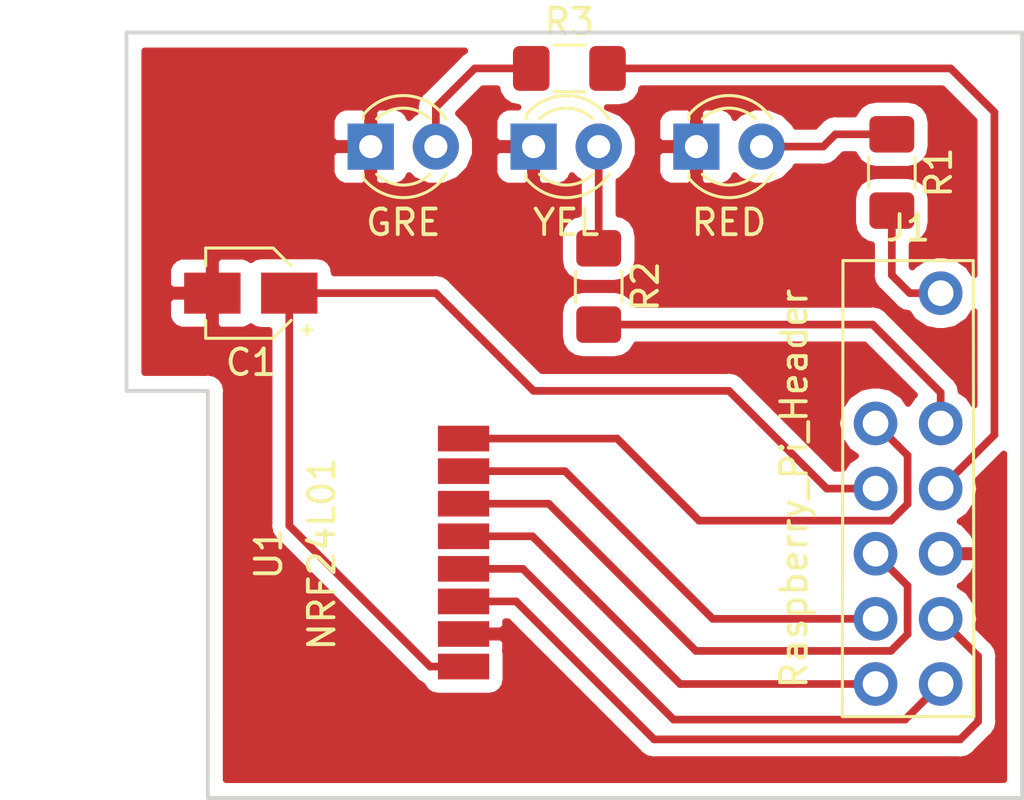
<source format=kicad_pcb>
(kicad_pcb (version 20171130) (host pcbnew "(5.0.2)-1")

  (general
    (thickness 1.6)
    (drawings 7)
    (tracks 58)
    (zones 0)
    (modules 9)
    (nets 15)
  )

  (page A4)
  (layers
    (0 F.Cu signal)
    (31 B.Cu signal)
    (32 B.Adhes user)
    (33 F.Adhes user)
    (34 B.Paste user)
    (35 F.Paste user)
    (36 B.SilkS user)
    (37 F.SilkS user)
    (38 B.Mask user)
    (39 F.Mask user)
    (40 Dwgs.User user)
    (41 Cmts.User user)
    (42 Eco1.User user)
    (43 Eco2.User user)
    (44 Edge.Cuts user)
    (45 Margin user)
    (46 B.CrtYd user)
    (47 F.CrtYd user)
    (48 B.Fab user)
    (49 F.Fab user)
  )

  (setup
    (last_trace_width 0.3)
    (trace_clearance 0.25)
    (zone_clearance 0.508)
    (zone_45_only no)
    (trace_min 0.2)
    (segment_width 0.2)
    (edge_width 0.15)
    (via_size 0.8)
    (via_drill 0.4)
    (via_min_size 0.4)
    (via_min_drill 0.3)
    (uvia_size 0.3)
    (uvia_drill 0.1)
    (uvias_allowed no)
    (uvia_min_size 0.2)
    (uvia_min_drill 0.1)
    (pcb_text_width 0.3)
    (pcb_text_size 1.5 1.5)
    (mod_edge_width 0.15)
    (mod_text_size 1 1)
    (mod_text_width 0.15)
    (pad_size 0.318 0.36)
    (pad_drill 0)
    (pad_to_mask_clearance 0.051)
    (solder_mask_min_width 0.25)
    (aux_axis_origin 0 0)
    (visible_elements 7FFFFFFF)
    (pcbplotparams
      (layerselection 0x01000_7fffffff)
      (usegerberextensions false)
      (usegerberattributes false)
      (usegerberadvancedattributes false)
      (creategerberjobfile false)
      (excludeedgelayer true)
      (linewidth 0.100000)
      (plotframeref false)
      (viasonmask false)
      (mode 1)
      (useauxorigin false)
      (hpglpennumber 1)
      (hpglpenspeed 20)
      (hpglpendiameter 15.000000)
      (psnegative false)
      (psa4output false)
      (plotreference true)
      (plotvalue true)
      (plotinvisibletext false)
      (padsonsilk false)
      (subtractmaskfromsilk false)
      (outputformat 1)
      (mirror false)
      (drillshape 0)
      (scaleselection 1)
      (outputdirectory "Gerber"))
  )

  (net 0 "")
  (net 1 "Net-(C1-Pad1)")
  (net 2 "Net-(C1-Pad2)")
  (net 3 "Net-(D1-Pad2)")
  (net 4 "Net-(D2-Pad2)")
  (net 5 "Net-(D3-Pad2)")
  (net 6 "Net-(J1-Pad12)")
  (net 7 "Net-(J1-Pad15)")
  (net 8 "Net-(J1-Pad16)")
  (net 9 "Net-(J1-Pad18)")
  (net 10 "Net-(J1-Pad19)")
  (net 11 "Net-(J1-Pad21)")
  (net 12 "Net-(J1-Pad22)")
  (net 13 "Net-(J1-Pad23)")
  (net 14 "Net-(J1-Pad24)")

  (net_class Default "Esta es la clase de red por defecto."
    (clearance 0.25)
    (trace_width 0.3)
    (via_dia 0.8)
    (via_drill 0.4)
    (uvia_dia 0.3)
    (uvia_drill 0.1)
    (add_net "Net-(C1-Pad1)")
    (add_net "Net-(C1-Pad2)")
    (add_net "Net-(D1-Pad2)")
    (add_net "Net-(D2-Pad2)")
    (add_net "Net-(D3-Pad2)")
    (add_net "Net-(J1-Pad12)")
    (add_net "Net-(J1-Pad15)")
    (add_net "Net-(J1-Pad16)")
    (add_net "Net-(J1-Pad18)")
    (add_net "Net-(J1-Pad19)")
    (add_net "Net-(J1-Pad21)")
    (add_net "Net-(J1-Pad22)")
    (add_net "Net-(J1-Pad23)")
    (add_net "Net-(J1-Pad24)")
  )

  (module Resistor_SMD:R_1206_3216Metric_Pad1.42x1.75mm_HandSolder (layer F.Cu) (tedit 5B301BBD) (tstamp 5C49A1B6)
    (at 116.967 43.568994)
    (descr "Resistor SMD 1206 (3216 Metric), square (rectangular) end terminal, IPC_7351 nominal with elongated pad for handsoldering. (Body size source: http://www.tortai-tech.com/upload/download/2011102023233369053.pdf), generated with kicad-footprint-generator")
    (tags "resistor handsolder")
    (path /5C3BCA9D)
    (attr smd)
    (fp_text reference R3 (at 0 -1.82) (layer F.SilkS)
      (effects (font (size 1 1) (thickness 0.15)))
    )
    (fp_text value R (at 0 1.82) (layer F.Fab)
      (effects (font (size 1 1) (thickness 0.15)))
    )
    (fp_text user %R (at 0 0) (layer F.Fab)
      (effects (font (size 0.8 0.8) (thickness 0.12)))
    )
    (fp_line (start 2.45 1.12) (end -2.45 1.12) (layer F.CrtYd) (width 0.05))
    (fp_line (start 2.45 -1.12) (end 2.45 1.12) (layer F.CrtYd) (width 0.05))
    (fp_line (start -2.45 -1.12) (end 2.45 -1.12) (layer F.CrtYd) (width 0.05))
    (fp_line (start -2.45 1.12) (end -2.45 -1.12) (layer F.CrtYd) (width 0.05))
    (fp_line (start -0.602064 0.91) (end 0.602064 0.91) (layer F.SilkS) (width 0.12))
    (fp_line (start -0.602064 -0.91) (end 0.602064 -0.91) (layer F.SilkS) (width 0.12))
    (fp_line (start 1.6 0.8) (end -1.6 0.8) (layer F.Fab) (width 0.1))
    (fp_line (start 1.6 -0.8) (end 1.6 0.8) (layer F.Fab) (width 0.1))
    (fp_line (start -1.6 -0.8) (end 1.6 -0.8) (layer F.Fab) (width 0.1))
    (fp_line (start -1.6 0.8) (end -1.6 -0.8) (layer F.Fab) (width 0.1))
    (pad 2 smd roundrect (at 1.4875 0) (size 1.425 1.75) (layers F.Cu F.Paste F.Mask) (roundrect_rratio 0.175439)
      (net 9 "Net-(J1-Pad18)"))
    (pad 1 smd roundrect (at -1.4875 0) (size 1.425 1.75) (layers F.Cu F.Paste F.Mask) (roundrect_rratio 0.175439)
      (net 5 "Net-(D3-Pad2)"))
    (model ${KISYS3DMOD}/Resistor_SMD.3dshapes/R_1206_3216Metric.wrl
      (at (xyz 0 0 0))
      (scale (xyz 1 1 1))
      (rotate (xyz 0 0 0))
    )
  )

  (module Resistor_SMD:R_1206_3216Metric_Pad1.42x1.75mm_HandSolder (layer F.Cu) (tedit 5B301BBD) (tstamp 5C49A194)
    (at 129.54 47.625 270)
    (descr "Resistor SMD 1206 (3216 Metric), square (rectangular) end terminal, IPC_7351 nominal with elongated pad for handsoldering. (Body size source: http://www.tortai-tech.com/upload/download/2011102023233369053.pdf), generated with kicad-footprint-generator")
    (tags "resistor handsolder")
    (path /5C3BC979)
    (attr smd)
    (fp_text reference R1 (at 0 -1.82 270) (layer F.SilkS)
      (effects (font (size 1 1) (thickness 0.15)))
    )
    (fp_text value R (at 0 1.82 270) (layer F.Fab)
      (effects (font (size 1 1) (thickness 0.15)))
    )
    (fp_text user %R (at 0 0 270) (layer F.Fab)
      (effects (font (size 0.8 0.8) (thickness 0.12)))
    )
    (fp_line (start 2.45 1.12) (end -2.45 1.12) (layer F.CrtYd) (width 0.05))
    (fp_line (start 2.45 -1.12) (end 2.45 1.12) (layer F.CrtYd) (width 0.05))
    (fp_line (start -2.45 -1.12) (end 2.45 -1.12) (layer F.CrtYd) (width 0.05))
    (fp_line (start -2.45 1.12) (end -2.45 -1.12) (layer F.CrtYd) (width 0.05))
    (fp_line (start -0.602064 0.91) (end 0.602064 0.91) (layer F.SilkS) (width 0.12))
    (fp_line (start -0.602064 -0.91) (end 0.602064 -0.91) (layer F.SilkS) (width 0.12))
    (fp_line (start 1.6 0.8) (end -1.6 0.8) (layer F.Fab) (width 0.1))
    (fp_line (start 1.6 -0.8) (end 1.6 0.8) (layer F.Fab) (width 0.1))
    (fp_line (start -1.6 -0.8) (end 1.6 -0.8) (layer F.Fab) (width 0.1))
    (fp_line (start -1.6 0.8) (end -1.6 -0.8) (layer F.Fab) (width 0.1))
    (pad 2 smd roundrect (at 1.4875 0 270) (size 1.425 1.75) (layers F.Cu F.Paste F.Mask) (roundrect_rratio 0.175439)
      (net 6 "Net-(J1-Pad12)"))
    (pad 1 smd roundrect (at -1.4875 0 270) (size 1.425 1.75) (layers F.Cu F.Paste F.Mask) (roundrect_rratio 0.175439)
      (net 3 "Net-(D1-Pad2)"))
    (model ${KISYS3DMOD}/Resistor_SMD.3dshapes/R_1206_3216Metric.wrl
      (at (xyz 0 0 0))
      (scale (xyz 1 1 1))
      (rotate (xyz 0 0 0))
    )
  )

  (module Resistor_SMD:R_1206_3216Metric_Pad1.42x1.75mm_HandSolder (layer F.Cu) (tedit 5B301BBD) (tstamp 5C49A1A5)
    (at 118.11 52.07 270)
    (descr "Resistor SMD 1206 (3216 Metric), square (rectangular) end terminal, IPC_7351 nominal with elongated pad for handsoldering. (Body size source: http://www.tortai-tech.com/upload/download/2011102023233369053.pdf), generated with kicad-footprint-generator")
    (tags "resistor handsolder")
    (path /5C3BC851)
    (attr smd)
    (fp_text reference R2 (at 0 -1.82 270) (layer F.SilkS)
      (effects (font (size 1 1) (thickness 0.15)))
    )
    (fp_text value R (at 0 1.82 270) (layer F.Fab)
      (effects (font (size 1 1) (thickness 0.15)))
    )
    (fp_text user %R (at 0 0 270) (layer F.Fab)
      (effects (font (size 0.8 0.8) (thickness 0.12)))
    )
    (fp_line (start 2.45 1.12) (end -2.45 1.12) (layer F.CrtYd) (width 0.05))
    (fp_line (start 2.45 -1.12) (end 2.45 1.12) (layer F.CrtYd) (width 0.05))
    (fp_line (start -2.45 -1.12) (end 2.45 -1.12) (layer F.CrtYd) (width 0.05))
    (fp_line (start -2.45 1.12) (end -2.45 -1.12) (layer F.CrtYd) (width 0.05))
    (fp_line (start -0.602064 0.91) (end 0.602064 0.91) (layer F.SilkS) (width 0.12))
    (fp_line (start -0.602064 -0.91) (end 0.602064 -0.91) (layer F.SilkS) (width 0.12))
    (fp_line (start 1.6 0.8) (end -1.6 0.8) (layer F.Fab) (width 0.1))
    (fp_line (start 1.6 -0.8) (end 1.6 0.8) (layer F.Fab) (width 0.1))
    (fp_line (start -1.6 -0.8) (end 1.6 -0.8) (layer F.Fab) (width 0.1))
    (fp_line (start -1.6 0.8) (end -1.6 -0.8) (layer F.Fab) (width 0.1))
    (pad 2 smd roundrect (at 1.4875 0 270) (size 1.425 1.75) (layers F.Cu F.Paste F.Mask) (roundrect_rratio 0.175439)
      (net 8 "Net-(J1-Pad16)"))
    (pad 1 smd roundrect (at -1.4875 0 270) (size 1.425 1.75) (layers F.Cu F.Paste F.Mask) (roundrect_rratio 0.175439)
      (net 4 "Net-(D2-Pad2)"))
    (model ${KISYS3DMOD}/Resistor_SMD.3dshapes/R_1206_3216Metric.wrl
      (at (xyz 0 0 0))
      (scale (xyz 1 1 1))
      (rotate (xyz 0 0 0))
    )
  )

  (module Raspberry_Pi_2_3_Nrf24:PinHeader_nrf24+leds (layer F.Cu) (tedit 5C3D0EB8) (tstamp 5C49A183)
    (at 129.794 59.799594)
    (descr "Through hole straight pin header, 2x20, 2.54mm pitch, double rows")
    (tags "Through hole pin header THT 2x20 2.54mm double row")
    (path /5C3BC0C1)
    (fp_text reference J1 (at 0.381 -10.0076) (layer F.SilkS)
      (effects (font (size 1 1) (thickness 0.15)))
    )
    (fp_text value Raspberry_Pi_Header (at -4.064 0.1524 90) (layer F.SilkS)
      (effects (font (size 1 1) (thickness 0.15)))
    )
    (fp_line (start -2.159 -8.7376) (end 2.921 -8.7376) (layer F.Fab) (width 0.1))
    (fp_line (start 2.921 -8.7376) (end 2.9464 9.017) (layer F.Fab) (width 0.1))
    (fp_line (start 2.8956 9.0424) (end -2.1844 9.0424) (layer F.Fab) (width 0.1))
    (fp_line (start -2.1844 9.0424) (end -2.159 -8.7376) (layer F.Fab) (width 0.1))
    (fp_line (start -2.1844 9.0424) (end 2.9464 9.0424) (layer F.SilkS) (width 0.12))
    (fp_line (start -2.159 -8.7376) (end -2.1844 9.0424) (layer F.SilkS) (width 0.12))
    (fp_line (start 2.921 -8.7376) (end 2.9464 9.0424) (layer F.SilkS) (width 0.12))
    (fp_line (start -2.159 -8.7376) (end 2.921 -8.7376) (layer F.SilkS) (width 0.12))
    (fp_line (start -2.667 -9.3726) (end -2.667 9.4996) (layer F.CrtYd) (width 0.05))
    (fp_line (start -2.667 9.4996) (end 3.4544 9.4996) (layer F.CrtYd) (width 0.05))
    (fp_line (start 3.4544 9.4996) (end 3.4544 -9.3726) (layer F.CrtYd) (width 0.05))
    (fp_line (start 3.4544 -9.3726) (end -2.667 -9.3726) (layer F.CrtYd) (width 0.05))
    (fp_text user %R (at 0.381 3.9624 90) (layer F.Fab)
      (effects (font (size 1 1) (thickness 0.15)))
    )
    (pad 12 thru_hole oval (at 1.651 -7.4676) (size 1.7 1.7) (drill 1) (layers *.Cu *.Mask)
      (net 6 "Net-(J1-Pad12)"))
    (pad 15 thru_hole oval (at -0.889 -2.3876) (size 1.7 1.7) (drill 1) (layers *.Cu *.Mask)
      (net 7 "Net-(J1-Pad15)"))
    (pad 16 thru_hole oval (at 1.651 -2.3876) (size 1.7 1.7) (drill 1) (layers *.Cu *.Mask)
      (net 8 "Net-(J1-Pad16)"))
    (pad 17 thru_hole oval (at -0.889 0.1524) (size 1.7 1.7) (drill 1) (layers *.Cu *.Mask)
      (net 1 "Net-(C1-Pad1)"))
    (pad 18 thru_hole oval (at 1.651 0.1524) (size 1.7 1.7) (drill 1) (layers *.Cu *.Mask)
      (net 9 "Net-(J1-Pad18)"))
    (pad 19 thru_hole oval (at -0.889 2.6924) (size 1.7 1.7) (drill 1) (layers *.Cu *.Mask)
      (net 10 "Net-(J1-Pad19)"))
    (pad 20 thru_hole oval (at 1.651 2.6924) (size 1.7 1.7) (drill 1) (layers *.Cu *.Mask)
      (net 2 "Net-(C1-Pad2)"))
    (pad 21 thru_hole oval (at -0.889 5.2324) (size 1.7 1.7) (drill 1) (layers *.Cu *.Mask)
      (net 11 "Net-(J1-Pad21)"))
    (pad 22 thru_hole oval (at 1.651 5.2324) (size 1.7 1.7) (drill 1) (layers *.Cu *.Mask)
      (net 12 "Net-(J1-Pad22)"))
    (pad 23 thru_hole oval (at -0.889 7.7724) (size 1.7 1.7) (drill 1) (layers *.Cu *.Mask)
      (net 13 "Net-(J1-Pad23)"))
    (pad 24 thru_hole oval (at 1.651 7.7724) (size 1.7 1.7) (drill 1) (layers *.Cu *.Mask)
      (net 14 "Net-(J1-Pad24)"))
    (model ${KISYS3DMOD}/Connector_PinHeader_2.54mm.3dshapes/PinHeader_2x20_P2.54mm_Vertical.wrl
      (at (xyz 0 0 0))
      (scale (xyz 1 1 1))
      (rotate (xyz 0 0 0))
    )
  )

  (module Capacitor_SMD:CP_Elec_3x5.3 (layer F.Cu) (tedit 5B303299) (tstamp 5C49A10C)
    (at 104.545 52.331994 180)
    (descr "SMT capacitor, aluminium electrolytic, 3x5.3, Cornell Dubilier Electronics ")
    (tags "Capacitor Electrolytic")
    (path /5C3DA868)
    (attr smd)
    (fp_text reference C1 (at 0 -2.7 180) (layer F.SilkS)
      (effects (font (size 1 1) (thickness 0.15)))
    )
    (fp_text value CP1 (at 0 2.7 180) (layer F.Fab)
      (effects (font (size 1 1) (thickness 0.15)))
    )
    (fp_circle (center 0 0) (end 1.5 0) (layer F.Fab) (width 0.1))
    (fp_line (start 1.65 -1.65) (end 1.65 1.65) (layer F.Fab) (width 0.1))
    (fp_line (start -0.825 -1.65) (end 1.65 -1.65) (layer F.Fab) (width 0.1))
    (fp_line (start -0.825 1.65) (end 1.65 1.65) (layer F.Fab) (width 0.1))
    (fp_line (start -1.65 -0.825) (end -1.65 0.825) (layer F.Fab) (width 0.1))
    (fp_line (start -1.65 -0.825) (end -0.825 -1.65) (layer F.Fab) (width 0.1))
    (fp_line (start -1.65 0.825) (end -0.825 1.65) (layer F.Fab) (width 0.1))
    (fp_line (start -1.110469 -0.8) (end -0.810469 -0.8) (layer F.Fab) (width 0.1))
    (fp_line (start -0.960469 -0.95) (end -0.960469 -0.65) (layer F.Fab) (width 0.1))
    (fp_line (start 1.76 1.76) (end 1.76 1.06) (layer F.SilkS) (width 0.12))
    (fp_line (start 1.76 -1.76) (end 1.76 -1.06) (layer F.SilkS) (width 0.12))
    (fp_line (start -0.870563 -1.76) (end 1.76 -1.76) (layer F.SilkS) (width 0.12))
    (fp_line (start -0.870563 1.76) (end 1.76 1.76) (layer F.SilkS) (width 0.12))
    (fp_line (start -1.570563 -1.06) (end -0.870563 -1.76) (layer F.SilkS) (width 0.12))
    (fp_line (start -1.570563 1.06) (end -0.870563 1.76) (layer F.SilkS) (width 0.12))
    (fp_line (start -2.375 -1.435) (end -2 -1.435) (layer F.SilkS) (width 0.12))
    (fp_line (start -2.1875 -1.6225) (end -2.1875 -1.2475) (layer F.SilkS) (width 0.12))
    (fp_line (start 1.9 -1.9) (end 1.9 -1.05) (layer F.CrtYd) (width 0.05))
    (fp_line (start 1.9 -1.05) (end 2.85 -1.05) (layer F.CrtYd) (width 0.05))
    (fp_line (start 2.85 -1.05) (end 2.85 1.05) (layer F.CrtYd) (width 0.05))
    (fp_line (start 2.85 1.05) (end 1.9 1.05) (layer F.CrtYd) (width 0.05))
    (fp_line (start 1.9 1.05) (end 1.9 1.9) (layer F.CrtYd) (width 0.05))
    (fp_line (start -0.93 1.9) (end 1.9 1.9) (layer F.CrtYd) (width 0.05))
    (fp_line (start -0.93 -1.9) (end 1.9 -1.9) (layer F.CrtYd) (width 0.05))
    (fp_line (start -1.78 1.05) (end -0.93 1.9) (layer F.CrtYd) (width 0.05))
    (fp_line (start -1.78 -1.05) (end -0.93 -1.9) (layer F.CrtYd) (width 0.05))
    (fp_line (start -1.78 -1.05) (end -2.85 -1.05) (layer F.CrtYd) (width 0.05))
    (fp_line (start -2.85 -1.05) (end -2.85 1.05) (layer F.CrtYd) (width 0.05))
    (fp_line (start -2.85 1.05) (end -1.78 1.05) (layer F.CrtYd) (width 0.05))
    (fp_text user %R (at 0 0 180) (layer F.Fab)
      (effects (font (size 0.6 0.6) (thickness 0.09)))
    )
    (pad 1 smd rect (at -1.5 0 180) (size 2.2 1.6) (layers F.Cu F.Paste F.Mask)
      (net 1 "Net-(C1-Pad1)"))
    (pad 2 smd rect (at 1.5 0 180) (size 2.2 1.6) (layers F.Cu F.Paste F.Mask)
      (net 2 "Net-(C1-Pad2)"))
    (model ${KISYS3DMOD}/Capacitor_SMD.3dshapes/CP_Elec_3x5.3.wrl
      (at (xyz 0 0 0))
      (scale (xyz 1 1 1))
      (rotate (xyz 0 0 0))
    )
  )

  (module LED_THT:LED_D3.0mm (layer F.Cu) (tedit 5C3D0EAB) (tstamp 5C49A11F)
    (at 121.92 46.616994)
    (descr "LED, diameter 3.0mm, 2 pins")
    (tags "LED diameter 3.0mm 2 pins")
    (path /5C3BC2CF)
    (fp_text reference D1 (at 1.27 -2.96) (layer F.Fab)
      (effects (font (size 1 1) (thickness 0.15)))
    )
    (fp_text value RED (at 1.27 2.96) (layer F.SilkS)
      (effects (font (size 1 1) (thickness 0.15)))
    )
    (fp_arc (start 1.27 0) (end -0.23 -1.16619) (angle 284.3) (layer F.Fab) (width 0.1))
    (fp_arc (start 1.27 0) (end -0.29 -1.235516) (angle 108.8) (layer F.SilkS) (width 0.12))
    (fp_arc (start 1.27 0) (end -0.29 1.235516) (angle -108.8) (layer F.SilkS) (width 0.12))
    (fp_arc (start 1.27 0) (end 0.229039 -1.08) (angle 87.9) (layer F.SilkS) (width 0.12))
    (fp_arc (start 1.27 0) (end 0.229039 1.08) (angle -87.9) (layer F.SilkS) (width 0.12))
    (fp_circle (center 1.27 0) (end 2.77 0) (layer F.Fab) (width 0.1))
    (fp_line (start -0.23 -1.16619) (end -0.23 1.16619) (layer F.Fab) (width 0.1))
    (fp_line (start -0.29 -1.236) (end -0.29 -1.08) (layer F.SilkS) (width 0.12))
    (fp_line (start -0.29 1.08) (end -0.29 1.236) (layer F.SilkS) (width 0.12))
    (fp_line (start -1.15 -2.25) (end -1.15 2.25) (layer F.CrtYd) (width 0.05))
    (fp_line (start -1.15 2.25) (end 3.7 2.25) (layer F.CrtYd) (width 0.05))
    (fp_line (start 3.7 2.25) (end 3.7 -2.25) (layer F.CrtYd) (width 0.05))
    (fp_line (start 3.7 -2.25) (end -1.15 -2.25) (layer F.CrtYd) (width 0.05))
    (pad 1 thru_hole rect (at 0 0) (size 1.8 1.8) (drill 0.9) (layers *.Cu *.Mask)
      (net 2 "Net-(C1-Pad2)"))
    (pad 2 thru_hole circle (at 2.54 0) (size 1.8 1.8) (drill 0.9) (layers *.Cu *.Mask)
      (net 3 "Net-(D1-Pad2)"))
    (model ${KISYS3DMOD}/LED_THT.3dshapes/LED_D3.0mm.wrl
      (at (xyz 0 0 0))
      (scale (xyz 1 1 1))
      (rotate (xyz 0 0 0))
    )
  )

  (module LED_THT:LED_D3.0mm (layer F.Cu) (tedit 5C3D0EA0) (tstamp 5C49A132)
    (at 115.57 46.616994)
    (descr "LED, diameter 3.0mm, 2 pins")
    (tags "LED diameter 3.0mm 2 pins")
    (path /5C3BC40D)
    (fp_text reference D2 (at -1.27 3.175) (layer F.Fab)
      (effects (font (size 1 1) (thickness 0.15)))
    )
    (fp_text value YEL (at 1.27 2.96) (layer F.SilkS)
      (effects (font (size 1 1) (thickness 0.15)))
    )
    (fp_line (start 3.7 -2.25) (end -1.15 -2.25) (layer F.CrtYd) (width 0.05))
    (fp_line (start 3.7 2.25) (end 3.7 -2.25) (layer F.CrtYd) (width 0.05))
    (fp_line (start -1.15 2.25) (end 3.7 2.25) (layer F.CrtYd) (width 0.05))
    (fp_line (start -1.15 -2.25) (end -1.15 2.25) (layer F.CrtYd) (width 0.05))
    (fp_line (start -0.29 1.08) (end -0.29 1.236) (layer F.SilkS) (width 0.12))
    (fp_line (start -0.29 -1.236) (end -0.29 -1.08) (layer F.SilkS) (width 0.12))
    (fp_line (start -0.23 -1.16619) (end -0.23 1.16619) (layer F.Fab) (width 0.1))
    (fp_circle (center 1.27 0) (end 2.77 0) (layer F.Fab) (width 0.1))
    (fp_arc (start 1.27 0) (end 0.229039 1.08) (angle -87.9) (layer F.SilkS) (width 0.12))
    (fp_arc (start 1.27 0) (end 0.229039 -1.08) (angle 87.9) (layer F.SilkS) (width 0.12))
    (fp_arc (start 1.27 0) (end -0.29 1.235516) (angle -108.8) (layer F.SilkS) (width 0.12))
    (fp_arc (start 1.27 0) (end -0.29 -1.235516) (angle 108.8) (layer F.SilkS) (width 0.12))
    (fp_arc (start 1.27 0) (end -0.23 -1.16619) (angle 284.3) (layer F.Fab) (width 0.1))
    (pad 2 thru_hole circle (at 2.54 0) (size 1.8 1.8) (drill 0.9) (layers *.Cu *.Mask)
      (net 4 "Net-(D2-Pad2)"))
    (pad 1 thru_hole rect (at 0 0) (size 1.8 1.8) (drill 0.9) (layers *.Cu *.Mask)
      (net 2 "Net-(C1-Pad2)"))
    (model ${KISYS3DMOD}/LED_THT.3dshapes/LED_D3.0mm.wrl
      (at (xyz 0 0 0))
      (scale (xyz 1 1 1))
      (rotate (xyz 0 0 0))
    )
  )

  (module LED_THT:LED_D3.0mm (layer F.Cu) (tedit 5C3D0EA5) (tstamp 5C49A145)
    (at 109.22 46.616994)
    (descr "LED, diameter 3.0mm, 2 pins")
    (tags "LED diameter 3.0mm 2 pins")
    (path /5C3BC4F3)
    (fp_text reference D3 (at 1.27 -2.96) (layer F.Fab)
      (effects (font (size 1 1) (thickness 0.15)))
    )
    (fp_text value GRE (at 1.27 2.96) (layer F.SilkS)
      (effects (font (size 1 1) (thickness 0.15)))
    )
    (fp_arc (start 1.27 0) (end -0.23 -1.16619) (angle 284.3) (layer F.Fab) (width 0.1))
    (fp_arc (start 1.27 0) (end -0.29 -1.235516) (angle 108.8) (layer F.SilkS) (width 0.12))
    (fp_arc (start 1.27 0) (end -0.29 1.235516) (angle -108.8) (layer F.SilkS) (width 0.12))
    (fp_arc (start 1.27 0) (end 0.229039 -1.08) (angle 87.9) (layer F.SilkS) (width 0.12))
    (fp_arc (start 1.27 0) (end 0.229039 1.08) (angle -87.9) (layer F.SilkS) (width 0.12))
    (fp_circle (center 1.27 0) (end 2.77 0) (layer F.Fab) (width 0.1))
    (fp_line (start -0.23 -1.16619) (end -0.23 1.16619) (layer F.Fab) (width 0.1))
    (fp_line (start -0.29 -1.236) (end -0.29 -1.08) (layer F.SilkS) (width 0.12))
    (fp_line (start -0.29 1.08) (end -0.29 1.236) (layer F.SilkS) (width 0.12))
    (fp_line (start -1.15 -2.25) (end -1.15 2.25) (layer F.CrtYd) (width 0.05))
    (fp_line (start -1.15 2.25) (end 3.7 2.25) (layer F.CrtYd) (width 0.05))
    (fp_line (start 3.7 2.25) (end 3.7 -2.25) (layer F.CrtYd) (width 0.05))
    (fp_line (start 3.7 -2.25) (end -1.15 -2.25) (layer F.CrtYd) (width 0.05))
    (pad 1 thru_hole rect (at 0 0) (size 1.8 1.8) (drill 0.9) (layers *.Cu *.Mask)
      (net 2 "Net-(C1-Pad2)"))
    (pad 2 thru_hole circle (at 2.54 0) (size 1.8 1.8) (drill 0.9) (layers *.Cu *.Mask)
      (net 5 "Net-(D3-Pad2)"))
    (model ${KISYS3DMOD}/LED_THT.3dshapes/LED_D3.0mm.wrl
      (at (xyz 0 0 0))
      (scale (xyz 1 1 1))
      (rotate (xyz 0 0 0))
    )
  )

  (module mysensors_radios:NRF24L01-SMD (layer F.Cu) (tedit 5C3D0EBE) (tstamp 5C49A1C7)
    (at 104.14 62.491994 90)
    (path /5C3BC163)
    (fp_text reference U1 (at 0 1.1 90) (layer F.SilkS)
      (effects (font (size 1 1) (thickness 0.15)))
    )
    (fp_text value NRF24L01 (at 0 3.175 90) (layer F.SilkS)
      (effects (font (size 1 1) (thickness 0.15)))
    )
    (fp_line (start -6 -9.3) (end 6 -9.3) (layer F.CrtYd) (width 0.15))
    (fp_line (start 6 -9.3) (end 6 8.7) (layer F.CrtYd) (width 0.15))
    (fp_line (start 6 8.7) (end -6 8.7) (layer F.CrtYd) (width 0.15))
    (fp_line (start -6 8.7) (end -6 -9.3) (layer F.CrtYd) (width 0.15))
    (fp_line (start -6 -2.8) (end 6 -2.8) (layer F.CrtYd) (width 0.15))
    (pad 8 smd rect (at 4.49 8.7 90) (size 1 2) (layers F.Cu F.Paste F.Mask)
      (net 7 "Net-(J1-Pad15)"))
    (pad 7 smd rect (at 3.22 8.7 90) (size 1 2) (layers F.Cu F.Paste F.Mask)
      (net 11 "Net-(J1-Pad21)"))
    (pad 6 smd rect (at 1.95 8.7 90) (size 1 2) (layers F.Cu F.Paste F.Mask)
      (net 10 "Net-(J1-Pad19)"))
    (pad 5 smd rect (at 0.68 8.7 90) (size 1 2) (layers F.Cu F.Paste F.Mask)
      (net 13 "Net-(J1-Pad23)"))
    (pad 4 smd rect (at -0.59 8.7 90) (size 1 2) (layers F.Cu F.Paste F.Mask)
      (net 14 "Net-(J1-Pad24)"))
    (pad 3 smd rect (at -1.86 8.7 90) (size 1 2) (layers F.Cu F.Paste F.Mask)
      (net 12 "Net-(J1-Pad22)"))
    (pad 1 smd rect (at -3.13 8.7 90) (size 1 2) (layers F.Cu F.Paste F.Mask)
      (net 2 "Net-(C1-Pad2)"))
    (pad 2 smd rect (at -4.4 8.7 90) (size 1 2) (layers F.Cu F.Paste F.Mask)
      (net 1 "Net-(C1-Pad1)"))
    (model ${MYSLOCAL}/mysensors.3dshapes/mysensors_radios.3dshapes/nrf24smd.wrl
      (offset (xyz -146.3674978017807 73.65999889373779 0.7619999885559082))
      (scale (xyz 0.395 0.395 0.395))
      (rotate (xyz 0 0 0))
    )
    (model Housings_DFN_QFN.3dshapes/QFN-20-1EP_5x5mm_Pitch0.65mm.wrl
      (offset (xyz 0.4190999937057495 -2.7685999584198 1.574799976348877))
      (scale (xyz 1 1 1))
      (rotate (xyz 0 0 0))
    )
  )

  (gr_line (start 102.87 68.841994) (end 102.87 72.016994) (layer Edge.Cuts) (width 0.15))
  (gr_line (start 102.87 56.141994) (end 102.87 68.841994) (layer Edge.Cuts) (width 0.15))
  (gr_line (start 99.695 56.141994) (end 102.87 56.141994) (layer Edge.Cuts) (width 0.15))
  (gr_line (start 134.62 72.016994) (end 134.62 42.171994) (layer Edge.Cuts) (width 0.15))
  (gr_line (start 134.62 42.171994) (end 99.695 42.171994) (layer Edge.Cuts) (width 0.15))
  (gr_line (start 99.695 42.171994) (end 99.695 56.141994) (layer Edge.Cuts) (width 0.15))
  (gr_line (start 102.87 72.016994) (end 134.62 72.016994) (layer Edge.Cuts) (width 0.15))

  (segment (start 106.045 53.431994) (end 106.045 52.331994) (width 0.3) (layer F.Cu) (net 1))
  (segment (start 106.045 61.396994) (end 106.045 53.431994) (width 0.3) (layer F.Cu) (net 1))
  (segment (start 111.54 66.891994) (end 106.045 61.396994) (width 0.3) (layer F.Cu) (net 1))
  (segment (start 112.84 66.891994) (end 111.54 66.891994) (width 0.3) (layer F.Cu) (net 1))
  (segment (start 127 59.951994) (end 128.905 59.951994) (width 0.3) (layer F.Cu) (net 1))
  (segment (start 123.19 56.141994) (end 127 59.951994) (width 0.3) (layer F.Cu) (net 1))
  (segment (start 115.57 56.141994) (end 123.19 56.141994) (width 0.3) (layer F.Cu) (net 1))
  (segment (start 106.045 52.331994) (end 111.76 52.331994) (width 0.3) (layer F.Cu) (net 1))
  (segment (start 111.76 52.331994) (end 115.57 56.141994) (width 0.3) (layer F.Cu) (net 1))
  (segment (start 129.54 46.1375) (end 127.3445 46.1375) (width 0.3) (layer F.Cu) (net 3))
  (segment (start 126.865006 46.616994) (end 124.46 46.616994) (width 0.3) (layer F.Cu) (net 3))
  (segment (start 127.3445 46.1375) (end 126.865006 46.616994) (width 0.3) (layer F.Cu) (net 3))
  (segment (start 118.11 50.5825) (end 118.11 46.616994) (width 0.3) (layer F.Cu) (net 4))
  (segment (start 113.276006 43.568994) (end 115.4795 43.568994) (width 0.3) (layer F.Cu) (net 5))
  (segment (start 111.76 46.616994) (end 111.76 45.085) (width 0.3) (layer F.Cu) (net 5))
  (segment (start 111.76 45.085) (end 113.276006 43.568994) (width 0.3) (layer F.Cu) (net 5))
  (segment (start 131.295 52.481994) (end 131.445 52.331994) (width 0.3) (layer F.Cu) (net 6))
  (segment (start 129.54 49.925) (end 129.54 49.1125) (width 0.3) (layer F.Cu) (net 6))
  (segment (start 129.54 51.629075) (end 129.54 49.925) (width 0.3) (layer F.Cu) (net 6))
  (segment (start 130.242919 52.331994) (end 129.54 51.629075) (width 0.3) (layer F.Cu) (net 6))
  (segment (start 131.445 52.331994) (end 130.242919 52.331994) (width 0.3) (layer F.Cu) (net 6))
  (segment (start 112.84 58.001994) (end 118.827 58.001994) (width 0.3) (layer F.Cu) (net 7))
  (segment (start 129.754999 58.261993) (end 128.905 57.411994) (width 0.3) (layer F.Cu) (net 7))
  (segment (start 130.155001 58.661995) (end 129.754999 58.261993) (width 0.3) (layer F.Cu) (net 7))
  (segment (start 130.155001 60.551995) (end 130.155001 58.661995) (width 0.3) (layer F.Cu) (net 7))
  (segment (start 129.505001 61.201995) (end 130.155001 60.551995) (width 0.3) (layer F.Cu) (net 7))
  (segment (start 122.027001 61.201995) (end 129.505001 61.201995) (width 0.3) (layer F.Cu) (net 7))
  (segment (start 118.827 58.001994) (end 122.027001 61.201995) (width 0.3) (layer F.Cu) (net 7))
  (segment (start 128.792587 53.5575) (end 118.11 53.5575) (width 0.3) (layer F.Cu) (net 8))
  (segment (start 131.445 57.411994) (end 131.445 56.209913) (width 0.3) (layer F.Cu) (net 8))
  (segment (start 131.445 56.209913) (end 128.792587 53.5575) (width 0.3) (layer F.Cu) (net 8))
  (segment (start 131.833994 43.568994) (end 118.4545 43.568994) (width 0.3) (layer F.Cu) (net 9))
  (segment (start 133.5405 45.2755) (end 131.833994 43.568994) (width 0.3) (layer F.Cu) (net 9))
  (segment (start 131.445 59.951994) (end 133.5405 57.856494) (width 0.3) (layer F.Cu) (net 9))
  (segment (start 133.5405 57.856494) (end 133.5405 45.2755) (width 0.3) (layer F.Cu) (net 9))
  (segment (start 116.16 60.541994) (end 112.84 60.541994) (width 0.3) (layer F.Cu) (net 10))
  (segment (start 121.900001 66.281995) (end 116.16 60.541994) (width 0.3) (layer F.Cu) (net 10))
  (segment (start 129.505001 66.281995) (end 121.900001 66.281995) (width 0.3) (layer F.Cu) (net 10))
  (segment (start 130.155001 65.631995) (end 129.505001 66.281995) (width 0.3) (layer F.Cu) (net 10))
  (segment (start 128.905 62.491994) (end 130.155001 63.741995) (width 0.3) (layer F.Cu) (net 10))
  (segment (start 130.155001 63.741995) (end 130.155001 65.631995) (width 0.3) (layer F.Cu) (net 10))
  (segment (start 122.555 65.031994) (end 128.905 65.031994) (width 0.3) (layer F.Cu) (net 11))
  (segment (start 112.84 59.271994) (end 116.795 59.271994) (width 0.3) (layer F.Cu) (net 11))
  (segment (start 116.795 59.271994) (end 122.555 65.031994) (width 0.3) (layer F.Cu) (net 11))
  (segment (start 132.294999 65.881993) (end 131.445 65.031994) (width 0.3) (layer F.Cu) (net 12))
  (segment (start 114.89 64.351994) (end 120.269 69.730994) (width 0.3) (layer F.Cu) (net 12))
  (segment (start 112.84 64.351994) (end 114.89 64.351994) (width 0.3) (layer F.Cu) (net 12))
  (segment (start 120.269 69.730994) (end 132.207 69.730994) (width 0.3) (layer F.Cu) (net 12))
  (segment (start 132.207 69.730994) (end 132.9055 69.032494) (width 0.3) (layer F.Cu) (net 12))
  (segment (start 132.9055 69.032494) (end 132.9055 66.492494) (width 0.3) (layer F.Cu) (net 12))
  (segment (start 132.9055 66.492494) (end 132.294999 65.881993) (width 0.3) (layer F.Cu) (net 12))
  (segment (start 121.285 67.571994) (end 128.905 67.571994) (width 0.3) (layer F.Cu) (net 13))
  (segment (start 112.84 61.811994) (end 115.525 61.811994) (width 0.3) (layer F.Cu) (net 13))
  (segment (start 115.525 61.811994) (end 121.285 67.571994) (width 0.3) (layer F.Cu) (net 13))
  (segment (start 115.151994 63.081994) (end 112.84 63.081994) (width 0.3) (layer F.Cu) (net 14))
  (segment (start 121.031 68.961) (end 115.151994 63.081994) (width 0.3) (layer F.Cu) (net 14))
  (segment (start 131.445 67.571994) (end 130.055994 68.961) (width 0.3) (layer F.Cu) (net 14))
  (segment (start 130.055994 68.961) (end 121.031 68.961) (width 0.3) (layer F.Cu) (net 14))

  (zone (net 2) (net_name "Net-(C1-Pad2)") (layer F.Cu) (tstamp 0) (hatch edge 0.508)
    (connect_pads (clearance 0.508))
    (min_thickness 0.254)
    (fill yes (arc_segments 16) (thermal_gap 0.508) (thermal_bridge_width 0.508))
    (polygon
      (pts
        (xy 99.822 42.291) (xy 99.822 56.007) (xy 102.997 56.007) (xy 102.997 71.882) (xy 134.493 71.882)
        (xy 134.493 42.291)
      )
    )
    (filled_polygon
      (pts
        (xy 112.775597 42.959245) (xy 112.775595 42.959247) (xy 112.710053 43.003041) (xy 112.666259 43.068583) (xy 111.25959 44.475253)
        (xy 111.194048 44.519047) (xy 111.150254 44.584589) (xy 111.150251 44.584592) (xy 111.020546 44.778709) (xy 110.959622 45.085)
        (xy 110.975001 45.162316) (xy 110.975001 45.28068) (xy 110.890493 45.315684) (xy 110.714139 45.492038) (xy 110.658327 45.357295)
        (xy 110.479698 45.178667) (xy 110.246309 45.081994) (xy 109.50575 45.081994) (xy 109.347 45.240744) (xy 109.347 46.489994)
        (xy 109.367 46.489994) (xy 109.367 46.743994) (xy 109.347 46.743994) (xy 109.347 47.993244) (xy 109.50575 48.151994)
        (xy 110.246309 48.151994) (xy 110.479698 48.055321) (xy 110.658327 47.876693) (xy 110.714139 47.74195) (xy 110.890493 47.918304)
        (xy 111.45467 48.151994) (xy 112.06533 48.151994) (xy 112.629507 47.918304) (xy 113.06131 47.486501) (xy 113.295 46.922324)
        (xy 113.295 46.902744) (xy 114.035 46.902744) (xy 114.035 47.643304) (xy 114.131673 47.876693) (xy 114.310302 48.055321)
        (xy 114.543691 48.151994) (xy 115.28425 48.151994) (xy 115.443 47.993244) (xy 115.443 46.743994) (xy 114.19375 46.743994)
        (xy 114.035 46.902744) (xy 113.295 46.902744) (xy 113.295 46.311664) (xy 113.06131 45.747487) (xy 112.63449 45.320667)
        (xy 113.601164 44.353994) (xy 114.151386 44.353994) (xy 114.187874 44.537429) (xy 114.382414 44.82858) (xy 114.673565 45.02312)
        (xy 114.969542 45.081994) (xy 114.543691 45.081994) (xy 114.310302 45.178667) (xy 114.131673 45.357295) (xy 114.035 45.590684)
        (xy 114.035 46.331244) (xy 114.19375 46.489994) (xy 115.443 46.489994) (xy 115.443 46.469994) (xy 115.697 46.469994)
        (xy 115.697 46.489994) (xy 115.717 46.489994) (xy 115.717 46.743994) (xy 115.697 46.743994) (xy 115.697 47.993244)
        (xy 115.85575 48.151994) (xy 116.596309 48.151994) (xy 116.829698 48.055321) (xy 117.008327 47.876693) (xy 117.064139 47.74195)
        (xy 117.240493 47.918304) (xy 117.325001 47.953308) (xy 117.325 49.254386) (xy 117.141565 49.290874) (xy 116.850414 49.485414)
        (xy 116.655874 49.776565) (xy 116.58756 50.12) (xy 116.58756 51.045) (xy 116.655874 51.388435) (xy 116.850414 51.679586)
        (xy 117.141565 51.874126) (xy 117.485 51.94244) (xy 118.735 51.94244) (xy 119.078435 51.874126) (xy 119.369586 51.679586)
        (xy 119.564126 51.388435) (xy 119.63244 51.045) (xy 119.63244 50.12) (xy 119.564126 49.776565) (xy 119.369586 49.485414)
        (xy 119.078435 49.290874) (xy 118.895 49.254386) (xy 118.895 47.953308) (xy 118.979507 47.918304) (xy 119.41131 47.486501)
        (xy 119.645 46.922324) (xy 119.645 46.902744) (xy 120.385 46.902744) (xy 120.385 47.643304) (xy 120.481673 47.876693)
        (xy 120.660302 48.055321) (xy 120.893691 48.151994) (xy 121.63425 48.151994) (xy 121.793 47.993244) (xy 121.793 46.743994)
        (xy 120.54375 46.743994) (xy 120.385 46.902744) (xy 119.645 46.902744) (xy 119.645 46.311664) (xy 119.41131 45.747487)
        (xy 119.254507 45.590684) (xy 120.385 45.590684) (xy 120.385 46.331244) (xy 120.54375 46.489994) (xy 121.793 46.489994)
        (xy 121.793 45.240744) (xy 122.047 45.240744) (xy 122.047 46.489994) (xy 122.067 46.489994) (xy 122.067 46.743994)
        (xy 122.047 46.743994) (xy 122.047 47.993244) (xy 122.20575 48.151994) (xy 122.946309 48.151994) (xy 123.179698 48.055321)
        (xy 123.358327 47.876693) (xy 123.414139 47.74195) (xy 123.590493 47.918304) (xy 124.15467 48.151994) (xy 124.76533 48.151994)
        (xy 125.329507 47.918304) (xy 125.76131 47.486501) (xy 125.796314 47.401994) (xy 126.787694 47.401994) (xy 126.865006 47.417372)
        (xy 126.942318 47.401994) (xy 126.942322 47.401994) (xy 127.171298 47.356448) (xy 127.430959 47.182947) (xy 127.474755 47.117402)
        (xy 127.669657 46.9225) (xy 128.08171 46.9225) (xy 128.085874 46.943435) (xy 128.280414 47.234586) (xy 128.571565 47.429126)
        (xy 128.915 47.49744) (xy 130.165 47.49744) (xy 130.508435 47.429126) (xy 130.799586 47.234586) (xy 130.994126 46.943435)
        (xy 131.06244 46.6) (xy 131.06244 45.675) (xy 130.994126 45.331565) (xy 130.799586 45.040414) (xy 130.508435 44.845874)
        (xy 130.165 44.77756) (xy 128.915 44.77756) (xy 128.571565 44.845874) (xy 128.280414 45.040414) (xy 128.085874 45.331565)
        (xy 128.08171 45.3525) (xy 127.421812 45.3525) (xy 127.3445 45.337122) (xy 127.267188 45.3525) (xy 127.267184 45.3525)
        (xy 127.038208 45.398046) (xy 126.778547 45.571547) (xy 126.734751 45.637092) (xy 126.539849 45.831994) (xy 125.796314 45.831994)
        (xy 125.76131 45.747487) (xy 125.329507 45.315684) (xy 124.76533 45.081994) (xy 124.15467 45.081994) (xy 123.590493 45.315684)
        (xy 123.414139 45.492038) (xy 123.358327 45.357295) (xy 123.179698 45.178667) (xy 122.946309 45.081994) (xy 122.20575 45.081994)
        (xy 122.047 45.240744) (xy 121.793 45.240744) (xy 121.63425 45.081994) (xy 120.893691 45.081994) (xy 120.660302 45.178667)
        (xy 120.481673 45.357295) (xy 120.385 45.590684) (xy 119.254507 45.590684) (xy 118.979507 45.315684) (xy 118.43812 45.091434)
        (xy 118.917 45.091434) (xy 119.260435 45.02312) (xy 119.551586 44.82858) (xy 119.746126 44.537429) (xy 119.782614 44.353994)
        (xy 131.508837 44.353994) (xy 132.755501 45.600659) (xy 132.7555 51.620368) (xy 132.515625 51.261369) (xy 132.024418 50.933155)
        (xy 131.591256 50.846994) (xy 131.298744 50.846994) (xy 130.865582 50.933155) (xy 130.374375 51.261369) (xy 130.337555 51.316473)
        (xy 130.325 51.303918) (xy 130.325 50.440614) (xy 130.508435 50.404126) (xy 130.799586 50.209586) (xy 130.994126 49.918435)
        (xy 131.06244 49.575) (xy 131.06244 48.65) (xy 130.994126 48.306565) (xy 130.799586 48.015414) (xy 130.508435 47.820874)
        (xy 130.165 47.75256) (xy 128.915 47.75256) (xy 128.571565 47.820874) (xy 128.280414 48.015414) (xy 128.085874 48.306565)
        (xy 128.01756 48.65) (xy 128.01756 49.575) (xy 128.085874 49.918435) (xy 128.280414 50.209586) (xy 128.571565 50.404126)
        (xy 128.755001 50.440614) (xy 128.755 51.551763) (xy 128.739622 51.629075) (xy 128.755 51.706387) (xy 128.755 51.70639)
        (xy 128.800546 51.935366) (xy 128.974047 52.195028) (xy 129.039592 52.238824) (xy 129.63317 52.832402) (xy 129.676966 52.897947)
        (xy 129.936627 53.071448) (xy 130.165603 53.116994) (xy 130.165607 53.116994) (xy 130.186273 53.121105) (xy 130.374375 53.402619)
        (xy 130.865582 53.730833) (xy 131.298744 53.816994) (xy 131.591256 53.816994) (xy 132.024418 53.730833) (xy 132.515625 53.402619)
        (xy 132.7555 53.04362) (xy 132.7555 56.700367) (xy 132.515625 56.341369) (xy 132.234111 56.153267) (xy 132.23 56.132601)
        (xy 132.23 56.132597) (xy 132.184454 55.903621) (xy 132.139072 55.835702) (xy 132.054749 55.709504) (xy 132.054747 55.709502)
        (xy 132.010953 55.64396) (xy 131.945411 55.600166) (xy 129.402336 53.057092) (xy 129.35854 52.991547) (xy 129.098879 52.818046)
        (xy 128.869903 52.7725) (xy 128.869899 52.7725) (xy 128.792587 52.757122) (xy 128.715275 52.7725) (xy 119.56829 52.7725)
        (xy 119.564126 52.751565) (xy 119.369586 52.460414) (xy 119.078435 52.265874) (xy 118.735 52.19756) (xy 117.485 52.19756)
        (xy 117.141565 52.265874) (xy 116.850414 52.460414) (xy 116.655874 52.751565) (xy 116.58756 53.095) (xy 116.58756 54.02)
        (xy 116.655874 54.363435) (xy 116.850414 54.654586) (xy 117.141565 54.849126) (xy 117.485 54.91744) (xy 118.735 54.91744)
        (xy 119.078435 54.849126) (xy 119.369586 54.654586) (xy 119.564126 54.363435) (xy 119.56829 54.3425) (xy 128.46743 54.3425)
        (xy 130.429479 56.30455) (xy 130.374375 56.341369) (xy 130.175 56.639755) (xy 129.975625 56.341369) (xy 129.484418 56.013155)
        (xy 129.051256 55.926994) (xy 128.758744 55.926994) (xy 128.325582 56.013155) (xy 127.834375 56.341369) (xy 127.506161 56.832576)
        (xy 127.390908 57.411994) (xy 127.506161 57.991412) (xy 127.834375 58.482619) (xy 128.132761 58.681994) (xy 127.834375 58.881369)
        (xy 127.643526 59.166994) (xy 127.325157 59.166994) (xy 123.799749 55.641586) (xy 123.755953 55.576041) (xy 123.496292 55.40254)
        (xy 123.267316 55.356994) (xy 123.267312 55.356994) (xy 123.19 55.341616) (xy 123.112688 55.356994) (xy 115.895157 55.356994)
        (xy 112.369749 51.831586) (xy 112.325953 51.766041) (xy 112.066292 51.59254) (xy 111.837316 51.546994) (xy 111.837312 51.546994)
        (xy 111.76 51.531616) (xy 111.682688 51.546994) (xy 107.79244 51.546994) (xy 107.79244 51.531994) (xy 107.743157 51.284229)
        (xy 107.602809 51.074185) (xy 107.392765 50.933837) (xy 107.145 50.884554) (xy 104.945 50.884554) (xy 104.697235 50.933837)
        (xy 104.545953 51.034921) (xy 104.504698 50.993667) (xy 104.271309 50.896994) (xy 103.33075 50.896994) (xy 103.172 51.055744)
        (xy 103.172 52.204994) (xy 103.192 52.204994) (xy 103.192 52.458994) (xy 103.172 52.458994) (xy 103.172 53.608244)
        (xy 103.33075 53.766994) (xy 104.271309 53.766994) (xy 104.504698 53.670321) (xy 104.545953 53.629067) (xy 104.697235 53.730151)
        (xy 104.945 53.779434) (xy 105.260001 53.779434) (xy 105.26 61.319682) (xy 105.244622 61.396994) (xy 105.26 61.474306)
        (xy 105.26 61.474309) (xy 105.266759 61.508287) (xy 105.305546 61.703285) (xy 105.425124 61.882245) (xy 105.479047 61.962947)
        (xy 105.544592 62.006743) (xy 110.930251 67.392402) (xy 110.974047 67.457947) (xy 111.233708 67.631448) (xy 111.240457 67.63279)
        (xy 111.241843 67.639759) (xy 111.382191 67.849803) (xy 111.592235 67.990151) (xy 111.84 68.039434) (xy 113.84 68.039434)
        (xy 114.087765 67.990151) (xy 114.297809 67.849803) (xy 114.438157 67.639759) (xy 114.48744 67.391994) (xy 114.48744 66.391994)
        (xy 114.464095 66.27463) (xy 114.475 66.248303) (xy 114.475 65.907744) (xy 114.31625 65.748994) (xy 113.862322 65.748994)
        (xy 113.84 65.744554) (xy 112.693 65.744554) (xy 112.693 65.499434) (xy 113.84 65.499434) (xy 113.862322 65.494994)
        (xy 114.31625 65.494994) (xy 114.475 65.336244) (xy 114.475 65.136994) (xy 114.564843 65.136994) (xy 119.659251 70.231402)
        (xy 119.703047 70.296947) (xy 119.962708 70.470448) (xy 120.191684 70.515994) (xy 120.191688 70.515994) (xy 120.269 70.531372)
        (xy 120.346312 70.515994) (xy 132.129688 70.515994) (xy 132.207 70.531372) (xy 132.284312 70.515994) (xy 132.284316 70.515994)
        (xy 132.513292 70.470448) (xy 132.772953 70.296947) (xy 132.816749 70.231402) (xy 133.405911 69.642241) (xy 133.471453 69.598447)
        (xy 133.515247 69.532905) (xy 133.515249 69.532903) (xy 133.565385 69.457869) (xy 133.644954 69.338786) (xy 133.6905 69.10981)
        (xy 133.6905 69.109806) (xy 133.705878 69.032495) (xy 133.6905 68.955184) (xy 133.6905 66.569806) (xy 133.705878 66.492494)
        (xy 133.6905 66.415182) (xy 133.6905 66.415178) (xy 133.644954 66.186202) (xy 133.622462 66.15254) (xy 133.515249 65.992085)
        (xy 133.515247 65.992083) (xy 133.471453 65.926541) (xy 133.40591 65.882747) (xy 132.90475 65.381587) (xy 132.904748 65.381584)
        (xy 132.892075 65.368911) (xy 132.959092 65.031994) (xy 132.843839 64.452576) (xy 132.515625 63.961369) (xy 132.196522 63.748151)
        (xy 132.326358 63.687177) (xy 132.716645 63.258918) (xy 132.886476 62.848884) (xy 132.765155 62.618994) (xy 131.572 62.618994)
        (xy 131.572 62.638994) (xy 131.318 62.638994) (xy 131.318 62.618994) (xy 131.298 62.618994) (xy 131.298 62.364994)
        (xy 131.318 62.364994) (xy 131.318 62.344994) (xy 131.572 62.344994) (xy 131.572 62.364994) (xy 132.765155 62.364994)
        (xy 132.886476 62.135104) (xy 132.716645 61.72507) (xy 132.326358 61.296811) (xy 132.196522 61.235837) (xy 132.515625 61.022619)
        (xy 132.843839 60.531412) (xy 132.959092 59.951994) (xy 132.892075 59.615076) (xy 133.91 58.597151) (xy 133.91 71.306994)
        (xy 103.58 71.306994) (xy 103.58 56.21192) (xy 103.593909 56.141994) (xy 103.568282 56.013155) (xy 103.538805 55.864966)
        (xy 103.434928 55.709504) (xy 103.381881 55.630113) (xy 103.147028 55.473189) (xy 102.939926 55.431994) (xy 102.939925 55.431994)
        (xy 102.87 55.418085) (xy 102.800074 55.431994) (xy 100.405 55.431994) (xy 100.405 52.617744) (xy 101.31 52.617744)
        (xy 101.31 53.258304) (xy 101.406673 53.491693) (xy 101.585302 53.670321) (xy 101.818691 53.766994) (xy 102.75925 53.766994)
        (xy 102.918 53.608244) (xy 102.918 52.458994) (xy 101.46875 52.458994) (xy 101.31 52.617744) (xy 100.405 52.617744)
        (xy 100.405 51.405684) (xy 101.31 51.405684) (xy 101.31 52.046244) (xy 101.46875 52.204994) (xy 102.918 52.204994)
        (xy 102.918 51.055744) (xy 102.75925 50.896994) (xy 101.818691 50.896994) (xy 101.585302 50.993667) (xy 101.406673 51.172295)
        (xy 101.31 51.405684) (xy 100.405 51.405684) (xy 100.405 46.902744) (xy 107.685 46.902744) (xy 107.685 47.643304)
        (xy 107.781673 47.876693) (xy 107.960302 48.055321) (xy 108.193691 48.151994) (xy 108.93425 48.151994) (xy 109.093 47.993244)
        (xy 109.093 46.743994) (xy 107.84375 46.743994) (xy 107.685 46.902744) (xy 100.405 46.902744) (xy 100.405 45.590684)
        (xy 107.685 45.590684) (xy 107.685 46.331244) (xy 107.84375 46.489994) (xy 109.093 46.489994) (xy 109.093 45.240744)
        (xy 108.93425 45.081994) (xy 108.193691 45.081994) (xy 107.960302 45.178667) (xy 107.781673 45.357295) (xy 107.685 45.590684)
        (xy 100.405 45.590684) (xy 100.405 42.881994) (xy 112.891212 42.881994)
      )
    )
  )
)

</source>
